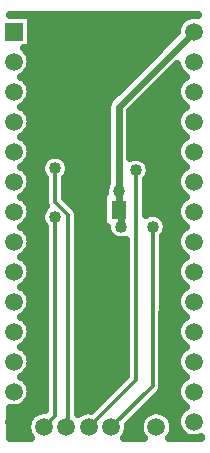
<source format=gbl>
G04 DipTrace 3.0.0.2*
G04 82S100replacement.GBL*
%MOMM*%
G04 #@! TF.FileFunction,Copper,L2,Bot*
G04 #@! TF.Part,Single*
G04 #@! TA.AperFunction,Conductor*
%ADD13C,0.33*%
%ADD14C,0.6*%
G04 #@! TA.AperFunction,CopperBalancing*
%ADD16C,0.635*%
G04 #@! TA.AperFunction,ComponentPad*
%ADD17R,1.5X1.5*%
%ADD18C,1.5*%
%ADD22C,1.5*%
%ADD23R,1.3X1.5*%
G04 #@! TA.AperFunction,ViaPad*
%ADD24C,1.016*%
%FSLAX35Y35*%
G04*
G71*
G90*
G75*
G01*
G04 Bottom*
%LPD*%
X1618050Y3237300D2*
D13*
X1685800D1*
X1858550Y3064550D1*
X1794550Y2747050D2*
Y3000550D1*
X1858550Y3064550D1*
X1921550Y3413800D2*
X1905673D1*
X1858050Y3366177D1*
Y3065050D1*
X1858550Y3064550D1*
X2334300Y2921677D2*
Y1572300D1*
X1985050Y1223050D1*
X1508800Y3413800D2*
Y3128050D1*
X1619923Y3016927D1*
Y1238923D1*
X1604050Y1223050D1*
X2191423Y3397300D2*
Y1619923D1*
X1794550Y1223050D1*
X1508800Y3001050D2*
Y1318300D1*
X1413550Y1223050D1*
X2064423Y2921673D2*
D14*
Y3048677D1*
D13*
X2048550Y3064550D1*
Y3223300D2*
D14*
Y3064550D1*
Y3223300D2*
Y3937673D1*
X2683550Y4572673D1*
D24*
X1618050Y3237300D3*
X1794550Y2747050D3*
X1921550Y3413800D3*
X2334300Y2921677D3*
X1508800Y3413800D3*
X2191423Y3397300D3*
X1508800Y3001050D3*
X2064423Y2921673D3*
X2048550Y3223300D3*
D3*
X1308217Y4652383D2*
D16*
X2559317D1*
X1308217Y4589217D2*
X2535877D1*
X1308217Y4526050D2*
X2493087D1*
X1308217Y4462883D2*
X2429837D1*
X1282917Y4399717D2*
X2366707D1*
X1307100Y4336550D2*
X2303580D1*
X1300777Y4273383D2*
X2240327D1*
X1257987Y4210217D2*
X2177200D1*
X2464983D2*
X2585113D1*
X1281923Y4147050D2*
X2114070D1*
X2401857D2*
X2561177D1*
X1306853Y4083883D2*
X2050820D1*
X2338603D2*
X2536247D1*
X1301270Y4020717D2*
X1987693D1*
X2275477D2*
X2541830D1*
X1259600Y3957550D2*
X1947013D1*
X2212347D2*
X2583500D1*
X1280933Y3894383D2*
X1944903D1*
X2152197D2*
X2562167D1*
X1306730Y3831217D2*
X1944903D1*
X2152197D2*
X2536370D1*
X1301643Y3768050D2*
X1944903D1*
X2152197D2*
X2541457D1*
X1261087Y3704883D2*
X1944903D1*
X2152197D2*
X2582013D1*
X1279940Y3641717D2*
X1944903D1*
X2152197D2*
X2563160D1*
X1306480Y3578550D2*
X1944903D1*
X2152197D2*
X2536620D1*
X1302017Y3515383D2*
X1442237D1*
X1575363D2*
X1944903D1*
X2152197D2*
X2541083D1*
X1262577Y3452217D2*
X1390767D1*
X1626833D2*
X1944903D1*
X2302263D2*
X2580523D1*
X1278947Y3389050D2*
X1386923D1*
X1630677D2*
X1944903D1*
X2315537D2*
X2564153D1*
X1306233Y3325883D2*
X1418673D1*
X1598927D2*
X1944903D1*
X2291847D2*
X2536867D1*
X1302513Y3262717D2*
X1418673D1*
X1598927D2*
X1930890D1*
X2281553D2*
X2540587D1*
X1263940Y3199550D2*
X1418673D1*
X1598927D2*
X1909930D1*
X2281553D2*
X2579160D1*
X1277957Y3136383D2*
X1418673D1*
X1625220D2*
X1909930D1*
X2281553D2*
X2565143D1*
X1306110Y3073217D2*
X1409000D1*
X1688350D2*
X1909930D1*
X2281553D2*
X2536990D1*
X1302883Y3010050D2*
X1384690D1*
X1710053D2*
X1909930D1*
X2418970D2*
X2540217D1*
X1265303Y2946883D2*
X1397463D1*
X1710053D2*
X1909930D1*
X2456053D2*
X2577797D1*
X1276840Y2883717D2*
X1418673D1*
X1710053D2*
X1946267D1*
X2452457D2*
X2566260D1*
X1305860Y2820550D2*
X1418673D1*
X1710053D2*
X1997117D1*
X2424427D2*
X2537240D1*
X1303257Y2757383D2*
X1418673D1*
X1710053D2*
X2101297D1*
X2424427D2*
X2539843D1*
X1266670Y2694217D2*
X1418673D1*
X1710053D2*
X2101297D1*
X2424427D2*
X2576430D1*
X1275847Y2631050D2*
X1418673D1*
X1710053D2*
X2101297D1*
X2424427D2*
X2567253D1*
X1305613Y2567883D2*
X1418673D1*
X1710053D2*
X2101297D1*
X2424427D2*
X2537487D1*
X1303627Y2504717D2*
X1418673D1*
X1710053D2*
X2101297D1*
X2424427D2*
X2539473D1*
X1268033Y2441550D2*
X1418673D1*
X1710053D2*
X2101297D1*
X2424427D2*
X2575067D1*
X1274730Y2378383D2*
X1418673D1*
X1710053D2*
X2101297D1*
X2424427D2*
X2568370D1*
X1305240Y2315217D2*
X1418673D1*
X1710053D2*
X2101297D1*
X2424427D2*
X2537860D1*
X1303877Y2252050D2*
X1418673D1*
X1710053D2*
X2101297D1*
X2424427D2*
X2539223D1*
X1269273Y2188883D2*
X1418673D1*
X1710053D2*
X2101297D1*
X2424427D2*
X2573827D1*
X1273613Y2125717D2*
X1418673D1*
X1710053D2*
X2101297D1*
X2424427D2*
X2569487D1*
X1304993Y2062550D2*
X1418673D1*
X1710053D2*
X2101297D1*
X2424427D2*
X2538107D1*
X1304247Y1999383D2*
X1418673D1*
X1710053D2*
X2101297D1*
X2424427D2*
X2538853D1*
X1270513Y1936217D2*
X1418673D1*
X1710053D2*
X2101297D1*
X2424427D2*
X2572587D1*
X1272373Y1873050D2*
X1418673D1*
X1710053D2*
X2101297D1*
X2424427D2*
X2570727D1*
X1304743Y1809883D2*
X1418673D1*
X1710053D2*
X2101297D1*
X2424427D2*
X2538357D1*
X1304497Y1746717D2*
X1418673D1*
X1710053D2*
X2101297D1*
X2424427D2*
X2538603D1*
X1271753Y1683550D2*
X1418673D1*
X1710053D2*
X2101297D1*
X2424427D2*
X2571347D1*
X1271133Y1620383D2*
X1418673D1*
X1710053D2*
X2067067D1*
X2424427D2*
X2571967D1*
X1304373Y1557217D2*
X1418673D1*
X1710053D2*
X2003940D1*
X2423063D2*
X2538727D1*
X1304867Y1494050D2*
X1418673D1*
X1710053D2*
X1940810D1*
X2380897D2*
X2538233D1*
X1272870Y1430883D2*
X1418673D1*
X1710053D2*
X1877560D1*
X2317643D2*
X2570230D1*
X1134150Y1367717D2*
X1418673D1*
X1710053D2*
X1814430D1*
X2254517D2*
X2573083D1*
X1134150Y1304550D2*
X1290557D1*
X2191387D2*
X2243057D1*
X2489043D2*
X2538977D1*
X1134150Y1241383D2*
X1266123D1*
X2132477D2*
X2218623D1*
X1134150Y1178217D2*
X1272200D1*
X2126400D2*
X2224700D1*
X2507400D2*
X2568990D1*
X1127763Y4714963D2*
X1301840D1*
Y4430383D1*
X1247643D1*
X1260163Y4419287D1*
X1274667Y4402310D1*
X1286330Y4383270D1*
X1294877Y4362643D1*
X1300087Y4340933D1*
X1301840Y4318673D1*
X1300087Y4296413D1*
X1294877Y4274703D1*
X1286330Y4254077D1*
X1274667Y4235037D1*
X1260163Y4218060D1*
X1243187Y4203557D1*
X1223713Y4191690D1*
X1243187Y4179790D1*
X1260163Y4165287D1*
X1274667Y4148310D1*
X1286330Y4129270D1*
X1294877Y4108643D1*
X1300087Y4086933D1*
X1301840Y4064673D1*
X1300087Y4042413D1*
X1294877Y4020703D1*
X1286330Y4000077D1*
X1274667Y3981037D1*
X1260163Y3964060D1*
X1243187Y3949557D1*
X1223713Y3937690D1*
X1243187Y3925790D1*
X1260163Y3911287D1*
X1274667Y3894310D1*
X1286330Y3875270D1*
X1294877Y3854643D1*
X1300087Y3832933D1*
X1301840Y3810673D1*
X1300087Y3788413D1*
X1294877Y3766703D1*
X1286330Y3746077D1*
X1274667Y3727037D1*
X1260163Y3710060D1*
X1243187Y3695557D1*
X1223713Y3683690D1*
X1243187Y3671790D1*
X1260163Y3657287D1*
X1274667Y3640310D1*
X1286330Y3621270D1*
X1294877Y3600643D1*
X1300087Y3578933D1*
X1301840Y3556673D1*
X1300087Y3534413D1*
X1294877Y3512703D1*
X1286330Y3492077D1*
X1274667Y3473037D1*
X1260163Y3456060D1*
X1243187Y3441557D1*
X1223713Y3429690D1*
X1243187Y3417790D1*
X1260163Y3403287D1*
X1274667Y3386310D1*
X1286330Y3367270D1*
X1294877Y3346643D1*
X1300087Y3324933D1*
X1301840Y3302673D1*
X1300087Y3280413D1*
X1294877Y3258703D1*
X1286330Y3238077D1*
X1274667Y3219037D1*
X1260163Y3202060D1*
X1243187Y3187557D1*
X1223713Y3175690D1*
X1243187Y3163790D1*
X1260163Y3149287D1*
X1274667Y3132310D1*
X1286330Y3113270D1*
X1294877Y3092643D1*
X1300087Y3070933D1*
X1301840Y3048673D1*
X1300087Y3026413D1*
X1294877Y3004703D1*
X1286330Y2984077D1*
X1274667Y2965037D1*
X1260163Y2948060D1*
X1243187Y2933557D1*
X1223713Y2921690D1*
X1243187Y2909790D1*
X1260163Y2895287D1*
X1274667Y2878310D1*
X1286330Y2859270D1*
X1294877Y2838643D1*
X1300087Y2816933D1*
X1301840Y2794673D1*
X1300087Y2772413D1*
X1294877Y2750703D1*
X1286330Y2730077D1*
X1274667Y2711037D1*
X1260163Y2694060D1*
X1243187Y2679557D1*
X1223713Y2667690D1*
X1243187Y2655790D1*
X1260163Y2641287D1*
X1274667Y2624310D1*
X1286330Y2605270D1*
X1294877Y2584643D1*
X1300087Y2562933D1*
X1301840Y2540673D1*
X1300087Y2518413D1*
X1294877Y2496703D1*
X1286330Y2476077D1*
X1274667Y2457037D1*
X1260163Y2440060D1*
X1243187Y2425557D1*
X1223713Y2413690D1*
X1243187Y2401790D1*
X1260163Y2387287D1*
X1274667Y2370310D1*
X1286330Y2351270D1*
X1294877Y2330643D1*
X1300087Y2308933D1*
X1301840Y2286673D1*
X1300087Y2264413D1*
X1294877Y2242703D1*
X1286330Y2222077D1*
X1274667Y2203037D1*
X1260163Y2186060D1*
X1243187Y2171557D1*
X1223713Y2159690D1*
X1243187Y2147790D1*
X1260163Y2133287D1*
X1274667Y2116310D1*
X1286330Y2097270D1*
X1294877Y2076643D1*
X1300087Y2054933D1*
X1301840Y2032673D1*
X1300087Y2010413D1*
X1294877Y1988703D1*
X1286330Y1968077D1*
X1274667Y1949037D1*
X1260163Y1932060D1*
X1243187Y1917557D1*
X1223713Y1905690D1*
X1243187Y1893790D1*
X1260163Y1879287D1*
X1274667Y1862310D1*
X1286330Y1843270D1*
X1294877Y1822643D1*
X1300087Y1800933D1*
X1301840Y1778673D1*
X1300087Y1756413D1*
X1294877Y1734703D1*
X1286330Y1714077D1*
X1274667Y1695037D1*
X1260163Y1678060D1*
X1243187Y1663557D1*
X1223713Y1651690D1*
X1243187Y1639790D1*
X1260163Y1625287D1*
X1274667Y1608310D1*
X1286330Y1589270D1*
X1294877Y1568643D1*
X1300087Y1546933D1*
X1301840Y1524673D1*
X1300087Y1502413D1*
X1294877Y1480703D1*
X1286330Y1460077D1*
X1274667Y1441037D1*
X1260163Y1424060D1*
X1243187Y1409557D1*
X1224147Y1397893D1*
X1203520Y1389347D1*
X1181810Y1384137D1*
X1159550Y1382383D1*
X1137290Y1384137D1*
X1127747Y1386033D1*
X1127800Y1127800D1*
X1307757D1*
X1292227Y1148703D1*
X1282090Y1168597D1*
X1275190Y1189833D1*
X1271700Y1211887D1*
Y1234213D1*
X1275190Y1256267D1*
X1282090Y1277503D1*
X1292227Y1297397D1*
X1305353Y1315460D1*
X1321140Y1331247D1*
X1339203Y1344373D1*
X1359097Y1354510D1*
X1380333Y1361410D1*
X1402387Y1364900D1*
X1425017Y1364867D1*
X1425010Y2917830D1*
X1413263Y2931640D1*
X1403580Y2947437D1*
X1396490Y2964557D1*
X1392163Y2982577D1*
X1390710Y3001050D1*
X1392163Y3019523D1*
X1396490Y3037543D1*
X1403580Y3054663D1*
X1413263Y3070460D1*
X1425297Y3084553D1*
X1433273Y3091767D1*
X1427323Y3108490D1*
X1425010Y3128050D1*
Y3330580D1*
X1413263Y3344390D1*
X1403580Y3360187D1*
X1396490Y3377307D1*
X1392163Y3395327D1*
X1390710Y3413800D1*
X1392163Y3432273D1*
X1396490Y3450293D1*
X1403580Y3467413D1*
X1413263Y3483210D1*
X1425297Y3497303D1*
X1439390Y3509337D1*
X1455187Y3519020D1*
X1472307Y3526110D1*
X1490327Y3530437D1*
X1508800Y3531890D1*
X1527273Y3530437D1*
X1545293Y3526110D1*
X1562413Y3519020D1*
X1578210Y3509337D1*
X1592303Y3497303D1*
X1604337Y3483210D1*
X1614020Y3467413D1*
X1621110Y3450293D1*
X1625437Y3432273D1*
X1626890Y3413800D1*
X1625437Y3395327D1*
X1621110Y3377307D1*
X1614020Y3360187D1*
X1604337Y3344390D1*
X1592573Y3330590D1*
X1592590Y3162653D1*
X1683637Y3071343D1*
X1694580Y3054967D1*
X1701400Y3036487D1*
X1703713Y3016927D1*
X1703680Y3016080D1*
X1703713Y1332563D1*
X1720203Y1344373D1*
X1740097Y1354510D1*
X1761333Y1361410D1*
X1783387Y1364900D1*
X1805713D1*
X1816680Y1363603D1*
X2107753Y1654750D1*
X2107633Y2811663D1*
X2091990Y2806847D1*
X2073690Y2803947D1*
X2055157D1*
X2036857Y2806847D1*
X2019233Y2812573D1*
X2002720Y2820987D1*
X1987730Y2831877D1*
X1974627Y2844980D1*
X1963737Y2859970D1*
X1955323Y2876483D1*
X1949597Y2894107D1*
X1946697Y2912407D1*
X1946357Y2922290D1*
X1916260Y2922260D1*
Y3206840D1*
X1931513D1*
X1930460Y3223300D1*
X1931913Y3241773D1*
X1936240Y3259793D1*
X1943330Y3276913D1*
X1951303Y3290153D1*
X1951560Y3945307D1*
X1953947Y3960387D1*
X1958667Y3974903D1*
X1965597Y3988507D1*
X1974570Y4000857D1*
X2114460Y4141173D1*
X2541283Y4567997D1*
X2543013Y4594933D1*
X2548223Y4616643D1*
X2556770Y4637270D1*
X2568433Y4656310D1*
X2582937Y4673287D1*
X2599913Y4687790D1*
X2618953Y4699453D1*
X2639580Y4708000D1*
X2661290Y4713210D1*
X2683550Y4714963D1*
X2705810Y4713210D1*
X2715610Y4711263D1*
X2715300Y4715550D1*
X1127800Y4714930D1*
X2746683Y1143217D2*
X2727520Y1135347D1*
X2705810Y1130137D1*
X2683550Y1128383D1*
X2661290Y1130137D1*
X2639580Y1135347D1*
X2618953Y1143893D1*
X2599913Y1155557D1*
X2582937Y1170060D1*
X2568433Y1187037D1*
X2556770Y1206077D1*
X2548223Y1226703D1*
X2543013Y1248413D1*
X2541260Y1270673D1*
X2543013Y1292933D1*
X2548223Y1314643D1*
X2556770Y1335270D1*
X2568433Y1354310D1*
X2582937Y1371287D1*
X2599913Y1385790D1*
X2619387Y1397657D1*
X2599913Y1409557D1*
X2582937Y1424060D1*
X2568433Y1441037D1*
X2556770Y1460077D1*
X2548223Y1480703D1*
X2543013Y1502413D1*
X2541260Y1524673D1*
X2543013Y1546933D1*
X2548223Y1568643D1*
X2556770Y1589270D1*
X2568433Y1608310D1*
X2582937Y1625287D1*
X2599913Y1639790D1*
X2619387Y1651657D1*
X2599913Y1663557D1*
X2582937Y1678060D1*
X2568433Y1695037D1*
X2556770Y1714077D1*
X2548223Y1734703D1*
X2543013Y1756413D1*
X2541260Y1778673D1*
X2543013Y1800933D1*
X2548223Y1822643D1*
X2556770Y1843270D1*
X2568433Y1862310D1*
X2582937Y1879287D1*
X2599913Y1893790D1*
X2619387Y1905657D1*
X2599913Y1917557D1*
X2582937Y1932060D1*
X2568433Y1949037D1*
X2556770Y1968077D1*
X2548223Y1988703D1*
X2543013Y2010413D1*
X2541260Y2032673D1*
X2543013Y2054933D1*
X2548223Y2076643D1*
X2556770Y2097270D1*
X2568433Y2116310D1*
X2582937Y2133287D1*
X2599913Y2147790D1*
X2619387Y2159657D1*
X2599913Y2171557D1*
X2582937Y2186060D1*
X2568433Y2203037D1*
X2556770Y2222077D1*
X2548223Y2242703D1*
X2543013Y2264413D1*
X2541260Y2286673D1*
X2543013Y2308933D1*
X2548223Y2330643D1*
X2556770Y2351270D1*
X2568433Y2370310D1*
X2582937Y2387287D1*
X2599913Y2401790D1*
X2619387Y2413657D1*
X2599913Y2425557D1*
X2582937Y2440060D1*
X2568433Y2457037D1*
X2556770Y2476077D1*
X2548223Y2496703D1*
X2543013Y2518413D1*
X2541260Y2540673D1*
X2543013Y2562933D1*
X2548223Y2584643D1*
X2556770Y2605270D1*
X2568433Y2624310D1*
X2582937Y2641287D1*
X2599913Y2655790D1*
X2619387Y2667657D1*
X2599913Y2679557D1*
X2582937Y2694060D1*
X2568433Y2711037D1*
X2556770Y2730077D1*
X2548223Y2750703D1*
X2543013Y2772413D1*
X2541260Y2794673D1*
X2543013Y2816933D1*
X2548223Y2838643D1*
X2556770Y2859270D1*
X2568433Y2878310D1*
X2582937Y2895287D1*
X2599913Y2909790D1*
X2619387Y2921657D1*
X2599913Y2933557D1*
X2582937Y2948060D1*
X2568433Y2965037D1*
X2556770Y2984077D1*
X2548223Y3004703D1*
X2543013Y3026413D1*
X2541260Y3048673D1*
X2543013Y3070933D1*
X2548223Y3092643D1*
X2556770Y3113270D1*
X2568433Y3132310D1*
X2582937Y3149287D1*
X2599913Y3163790D1*
X2619387Y3175657D1*
X2599913Y3187557D1*
X2582937Y3202060D1*
X2568433Y3219037D1*
X2556770Y3238077D1*
X2548223Y3258703D1*
X2543013Y3280413D1*
X2541260Y3302673D1*
X2543013Y3324933D1*
X2548223Y3346643D1*
X2556770Y3367270D1*
X2568433Y3386310D1*
X2582937Y3403287D1*
X2599913Y3417790D1*
X2619387Y3429657D1*
X2599913Y3441557D1*
X2582937Y3456060D1*
X2568433Y3473037D1*
X2556770Y3492077D1*
X2548223Y3512703D1*
X2543013Y3534413D1*
X2541260Y3556673D1*
X2543013Y3578933D1*
X2548223Y3600643D1*
X2556770Y3621270D1*
X2568433Y3640310D1*
X2582937Y3657287D1*
X2599913Y3671790D1*
X2619387Y3683657D1*
X2599913Y3695557D1*
X2582937Y3710060D1*
X2568433Y3727037D1*
X2556770Y3746077D1*
X2548223Y3766703D1*
X2543013Y3788413D1*
X2541260Y3810673D1*
X2543013Y3832933D1*
X2548223Y3854643D1*
X2556770Y3875270D1*
X2568433Y3894310D1*
X2582937Y3911287D1*
X2599913Y3925790D1*
X2619387Y3937657D1*
X2599913Y3949557D1*
X2582937Y3964060D1*
X2568433Y3981037D1*
X2556770Y4000077D1*
X2548223Y4020703D1*
X2543013Y4042413D1*
X2541260Y4064673D1*
X2543013Y4086933D1*
X2548223Y4108643D1*
X2556770Y4129270D1*
X2568433Y4148310D1*
X2582937Y4165287D1*
X2599913Y4179790D1*
X2619387Y4191657D1*
X2599913Y4203557D1*
X2582937Y4218060D1*
X2568433Y4235037D1*
X2556770Y4254077D1*
X2548223Y4274703D1*
X2543310Y4294917D1*
X2145740Y3897273D1*
X2146233Y3506400D1*
X2163857Y3512127D1*
X2182157Y3515027D1*
X2200690D1*
X2218990Y3512127D1*
X2236613Y3506400D1*
X2253127Y3497987D1*
X2268117Y3487097D1*
X2281220Y3473993D1*
X2292110Y3459003D1*
X2300523Y3442490D1*
X2306250Y3424867D1*
X2309150Y3406567D1*
Y3388033D1*
X2306250Y3369733D1*
X2300523Y3352110D1*
X2292110Y3335597D1*
X2281220Y3320607D1*
X2275197Y3314090D1*
X2275213Y3023867D1*
X2289110Y3030777D1*
X2306733Y3036503D1*
X2325033Y3039403D1*
X2343567D1*
X2361867Y3036503D1*
X2379490Y3030777D1*
X2396003Y3022363D1*
X2410993Y3011473D1*
X2424097Y2998370D1*
X2434987Y2983380D1*
X2443400Y2966867D1*
X2449127Y2949243D1*
X2452027Y2930943D1*
Y2912410D1*
X2449127Y2894110D1*
X2443400Y2876487D1*
X2434987Y2859973D1*
X2424097Y2844983D1*
X2418073Y2838467D1*
X2417833Y1565727D1*
X2413990Y1546407D1*
X2405743Y1528520D1*
X2393550Y1513050D1*
X2392927Y1512477D1*
X2125633Y1245133D1*
X2127340Y1223050D1*
X2125587Y1200790D1*
X2120377Y1179080D1*
X2111830Y1158453D1*
X2100167Y1139413D1*
X2090610Y1127787D1*
X2260257Y1127800D1*
X2244727Y1148703D1*
X2234590Y1168597D1*
X2227690Y1189833D1*
X2224200Y1211887D1*
Y1234213D1*
X2227690Y1256267D1*
X2234590Y1277503D1*
X2244727Y1297397D1*
X2257853Y1315460D1*
X2273640Y1331247D1*
X2291703Y1344373D1*
X2311597Y1354510D1*
X2332833Y1361410D1*
X2354887Y1364900D1*
X2377213D1*
X2399267Y1361410D1*
X2420503Y1354510D1*
X2440397Y1344373D1*
X2458460Y1331247D1*
X2474247Y1315460D1*
X2487373Y1297397D1*
X2497510Y1277503D1*
X2504410Y1256267D1*
X2507900Y1234213D1*
Y1211887D1*
X2504410Y1189833D1*
X2497510Y1168597D1*
X2487373Y1148703D1*
X2474247Y1130640D1*
X2471610Y1127787D1*
X2746927Y1127800D1*
D17*
X1159550Y4572673D3*
D18*
Y4318673D3*
Y4064673D3*
Y3810673D3*
Y3556673D3*
Y3302673D3*
Y3048673D3*
Y2794673D3*
Y2540673D3*
Y2286673D3*
Y2032673D3*
Y1778673D3*
Y1524673D3*
Y1270673D3*
X2683550D3*
Y1524673D3*
Y1778673D3*
Y2032673D3*
Y2286673D3*
Y2540673D3*
Y2794673D3*
Y3048673D3*
Y3302673D3*
Y3556673D3*
Y3810673D3*
Y4064673D3*
Y4318673D3*
Y4572673D3*
D22*
X1413550Y1223050D3*
X1604050D3*
X1794550D3*
X1985050D3*
X2175550D3*
X2366050D3*
D23*
X2048550Y3064550D3*
X1858550D3*
M02*

</source>
